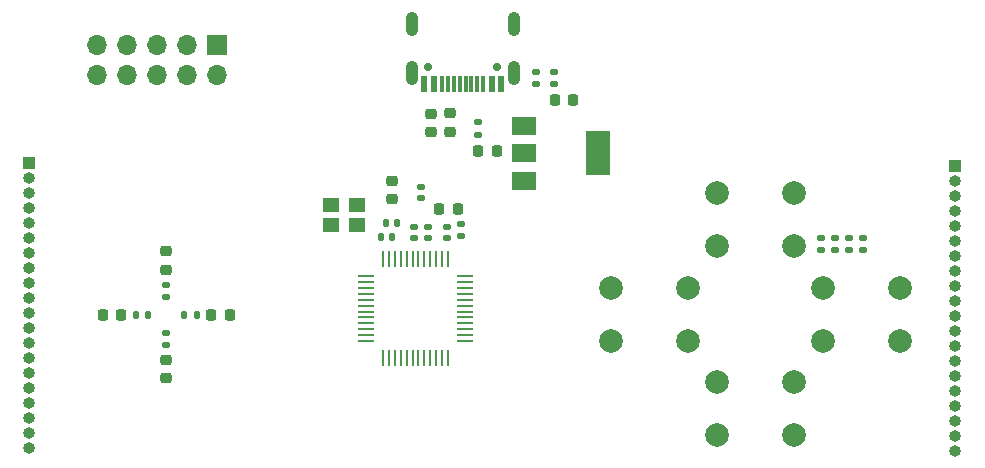
<source format=gbr>
%TF.GenerationSoftware,KiCad,Pcbnew,(6.0.7)*%
%TF.CreationDate,2022-08-25T14:46:56-07:00*%
%TF.ProjectId,mini_consolev2,6d696e69-5f63-46f6-9e73-6f6c6576322e,rev?*%
%TF.SameCoordinates,Original*%
%TF.FileFunction,Soldermask,Top*%
%TF.FilePolarity,Negative*%
%FSLAX46Y46*%
G04 Gerber Fmt 4.6, Leading zero omitted, Abs format (unit mm)*
G04 Created by KiCad (PCBNEW (6.0.7)) date 2022-08-25 14:46:56*
%MOMM*%
%LPD*%
G01*
G04 APERTURE LIST*
G04 Aperture macros list*
%AMRoundRect*
0 Rectangle with rounded corners*
0 $1 Rounding radius*
0 $2 $3 $4 $5 $6 $7 $8 $9 X,Y pos of 4 corners*
0 Add a 4 corners polygon primitive as box body*
4,1,4,$2,$3,$4,$5,$6,$7,$8,$9,$2,$3,0*
0 Add four circle primitives for the rounded corners*
1,1,$1+$1,$2,$3*
1,1,$1+$1,$4,$5*
1,1,$1+$1,$6,$7*
1,1,$1+$1,$8,$9*
0 Add four rect primitives between the rounded corners*
20,1,$1+$1,$2,$3,$4,$5,0*
20,1,$1+$1,$4,$5,$6,$7,0*
20,1,$1+$1,$6,$7,$8,$9,0*
20,1,$1+$1,$8,$9,$2,$3,0*%
G04 Aperture macros list end*
%ADD10RoundRect,0.135000X-0.185000X0.135000X-0.185000X-0.135000X0.185000X-0.135000X0.185000X0.135000X0*%
%ADD11C,2.000000*%
%ADD12RoundRect,0.140000X0.170000X-0.140000X0.170000X0.140000X-0.170000X0.140000X-0.170000X-0.140000X0*%
%ADD13RoundRect,0.218750X-0.256250X0.218750X-0.256250X-0.218750X0.256250X-0.218750X0.256250X0.218750X0*%
%ADD14RoundRect,0.225000X0.250000X-0.225000X0.250000X0.225000X-0.250000X0.225000X-0.250000X-0.225000X0*%
%ADD15R,1.400000X1.200000*%
%ADD16C,0.700000*%
%ADD17R,0.600000X1.450000*%
%ADD18R,0.300000X1.450000*%
%ADD19O,1.050000X2.100000*%
%ADD20RoundRect,0.135000X0.185000X-0.135000X0.185000X0.135000X-0.185000X0.135000X-0.185000X-0.135000X0*%
%ADD21RoundRect,0.218750X-0.218750X-0.256250X0.218750X-0.256250X0.218750X0.256250X-0.218750X0.256250X0*%
%ADD22RoundRect,0.218750X0.218750X0.256250X-0.218750X0.256250X-0.218750X-0.256250X0.218750X-0.256250X0*%
%ADD23RoundRect,0.225000X0.225000X0.250000X-0.225000X0.250000X-0.225000X-0.250000X0.225000X-0.250000X0*%
%ADD24RoundRect,0.218750X0.256250X-0.218750X0.256250X0.218750X-0.256250X0.218750X-0.256250X-0.218750X0*%
%ADD25RoundRect,0.135000X-0.135000X-0.185000X0.135000X-0.185000X0.135000X0.185000X-0.135000X0.185000X0*%
%ADD26R,1.700000X1.700000*%
%ADD27O,1.700000X1.700000*%
%ADD28R,2.000000X1.500000*%
%ADD29R,2.000000X3.800000*%
%ADD30RoundRect,0.140000X0.140000X0.170000X-0.140000X0.170000X-0.140000X-0.170000X0.140000X-0.170000X0*%
%ADD31R,1.000000X1.000000*%
%ADD32O,1.000000X1.000000*%
%ADD33RoundRect,0.135000X0.135000X0.185000X-0.135000X0.185000X-0.135000X-0.185000X0.135000X-0.185000X0*%
%ADD34R,0.279400X1.461999*%
%ADD35R,1.461999X0.279400*%
G04 APERTURE END LIST*
D10*
%TO.C,R8*%
X195600000Y-81690000D03*
X195600000Y-82710000D03*
%TD*%
D11*
%TO.C,SW1*%
X193334000Y-77852000D03*
X186834000Y-77852000D03*
X186834000Y-82352000D03*
X193334000Y-82352000D03*
%TD*%
D12*
%TO.C,C3*%
X164000000Y-81680000D03*
X164000000Y-80720000D03*
%TD*%
D11*
%TO.C,SW3*%
X193334000Y-93852000D03*
X186834000Y-93852000D03*
X193334000Y-98352000D03*
X186834000Y-98352000D03*
%TD*%
D13*
%TO.C,F1*%
X164200000Y-71093750D03*
X164200000Y-72668750D03*
%TD*%
D14*
%TO.C,C1*%
X159342500Y-78357500D03*
X159342500Y-76807500D03*
%TD*%
D15*
%TO.C,HSE1*%
X156342500Y-78882500D03*
X154142500Y-78882500D03*
X154142500Y-80582500D03*
X156342500Y-80582500D03*
%TD*%
D16*
%TO.C,J4*%
X162390000Y-67166250D03*
X168170000Y-67166250D03*
D17*
X168530000Y-68611250D03*
X167730000Y-68611250D03*
D18*
X166530000Y-68611250D03*
X165530000Y-68611250D03*
X165030000Y-68611250D03*
X164030000Y-68611250D03*
D17*
X162030000Y-68611250D03*
X162830000Y-68611250D03*
D18*
X163530000Y-68611250D03*
X164530000Y-68611250D03*
X166030000Y-68611250D03*
X167030000Y-68611250D03*
D19*
X169600000Y-67696250D03*
X160960000Y-67696250D03*
X169600000Y-63516250D03*
X160960000Y-63516250D03*
%TD*%
D20*
%TO.C,R9*%
X166587500Y-72893750D03*
X166587500Y-71873750D03*
%TD*%
%TO.C,R2*%
X140208000Y-90682000D03*
X140208000Y-89662000D03*
%TD*%
D21*
%TO.C,FB1*%
X163312500Y-79200000D03*
X164887500Y-79200000D03*
%TD*%
D12*
%TO.C,C5*%
X161742500Y-78262500D03*
X161742500Y-77302500D03*
%TD*%
%TO.C,C2*%
X161142500Y-81680000D03*
X161142500Y-80720000D03*
%TD*%
D22*
%TO.C,PC1*%
X136387500Y-88138000D03*
X134812500Y-88138000D03*
%TD*%
D10*
%TO.C,R4*%
X140208000Y-85594000D03*
X140208000Y-86614000D03*
%TD*%
D23*
%TO.C,C7*%
X174625000Y-70000000D03*
X173075000Y-70000000D03*
%TD*%
D24*
%TO.C,PC4*%
X140208000Y-84353500D03*
X140208000Y-82778500D03*
%TD*%
D11*
%TO.C,SW4*%
X177834000Y-85852000D03*
X184334000Y-85852000D03*
X184334000Y-90352000D03*
X177834000Y-90352000D03*
%TD*%
D21*
%TO.C,PC3*%
X144018000Y-88138000D03*
X145593000Y-88138000D03*
%TD*%
D25*
%TO.C,R1*%
X137666000Y-88138000D03*
X138686000Y-88138000D03*
%TD*%
D26*
%TO.C,J1*%
X144475000Y-65325000D03*
D27*
X144475000Y-67865000D03*
X141935000Y-65325000D03*
X141935000Y-67865000D03*
X139395000Y-65325000D03*
X139395000Y-67865000D03*
X136855000Y-65325000D03*
X136855000Y-67865000D03*
X134315000Y-65325000D03*
X134315000Y-67865000D03*
%TD*%
D28*
%TO.C,U2*%
X170450000Y-72193750D03*
X170450000Y-74493750D03*
D29*
X176750000Y-74493750D03*
D28*
X170450000Y-76793750D03*
%TD*%
D30*
%TO.C,C10*%
X159342500Y-81582500D03*
X158382500Y-81582500D03*
%TD*%
D31*
%TO.C,J3*%
X207010000Y-75555000D03*
D32*
X207010000Y-76825000D03*
X207010000Y-78095000D03*
X207010000Y-79365000D03*
X207010000Y-80635000D03*
X207010000Y-81905000D03*
X207010000Y-83175000D03*
X207010000Y-84445000D03*
X207010000Y-85715000D03*
X207010000Y-86985000D03*
X207010000Y-88255000D03*
X207010000Y-89525000D03*
X207010000Y-90795000D03*
X207010000Y-92065000D03*
X207010000Y-93335000D03*
X207010000Y-94605000D03*
X207010000Y-95875000D03*
X207010000Y-97145000D03*
X207010000Y-98415000D03*
X207010000Y-99685000D03*
%TD*%
D20*
%TO.C,R10*%
X171500000Y-68610000D03*
X171500000Y-67590000D03*
%TD*%
D10*
%TO.C,R11*%
X173000000Y-67590000D03*
X173000000Y-68610000D03*
%TD*%
D14*
%TO.C,C8*%
X162600000Y-72681250D03*
X162600000Y-71131250D03*
%TD*%
D12*
%TO.C,C4*%
X162342500Y-81680000D03*
X162342500Y-80720000D03*
%TD*%
D10*
%TO.C,R5*%
X199200000Y-81690000D03*
X199200000Y-82710000D03*
%TD*%
D11*
%TO.C,SW2*%
X202334000Y-85852000D03*
X195834000Y-85852000D03*
X195834000Y-90352000D03*
X202334000Y-90352000D03*
%TD*%
D33*
%TO.C,R3*%
X142752000Y-88138000D03*
X141732000Y-88138000D03*
%TD*%
D13*
%TO.C,PC2*%
X140208000Y-91948000D03*
X140208000Y-93523000D03*
%TD*%
D30*
%TO.C,C9*%
X159742500Y-80382500D03*
X158782500Y-80382500D03*
%TD*%
D34*
%TO.C,U1*%
X164040000Y-83413600D03*
X163540001Y-83413600D03*
X163039999Y-83413600D03*
X162540000Y-83413600D03*
X162040001Y-83413600D03*
X161540000Y-83413600D03*
X161040000Y-83413600D03*
X160539999Y-83413600D03*
X160040000Y-83413600D03*
X159540001Y-83413600D03*
X159039999Y-83413600D03*
X158540000Y-83413600D03*
D35*
X157073600Y-84880000D03*
X157073600Y-85379999D03*
X157073600Y-85880001D03*
X157073600Y-86380000D03*
X157073600Y-86879999D03*
X157073600Y-87380000D03*
X157073600Y-87880000D03*
X157073600Y-88380001D03*
X157073600Y-88880000D03*
X157073600Y-89379999D03*
X157073600Y-89880001D03*
X157073600Y-90380000D03*
D34*
X158540000Y-91846400D03*
X159039999Y-91846400D03*
X159540001Y-91846400D03*
X160040000Y-91846400D03*
X160539999Y-91846400D03*
X161040000Y-91846400D03*
X161540000Y-91846400D03*
X162040001Y-91846400D03*
X162540000Y-91846400D03*
X163039999Y-91846400D03*
X163540001Y-91846400D03*
X164040000Y-91846400D03*
D35*
X165506400Y-90380000D03*
X165506400Y-89880001D03*
X165506400Y-89379999D03*
X165506400Y-88880000D03*
X165506400Y-88380001D03*
X165506400Y-87880000D03*
X165506400Y-87380000D03*
X165506400Y-86879999D03*
X165506400Y-86380000D03*
X165506400Y-85880001D03*
X165506400Y-85379999D03*
X165506400Y-84880000D03*
%TD*%
D12*
%TO.C,C6*%
X165142500Y-81462500D03*
X165142500Y-80502500D03*
%TD*%
D10*
%TO.C,R6*%
X198000000Y-81690000D03*
X198000000Y-82710000D03*
%TD*%
%TO.C,R7*%
X196800000Y-81690000D03*
X196800000Y-82710000D03*
%TD*%
D31*
%TO.C,J2*%
X128600000Y-75325000D03*
D32*
X128600000Y-76595000D03*
X128600000Y-77865000D03*
X128600000Y-79135000D03*
X128600000Y-80405000D03*
X128600000Y-81675000D03*
X128600000Y-82945000D03*
X128600000Y-84215000D03*
X128600000Y-85485000D03*
X128600000Y-86755000D03*
X128600000Y-88025000D03*
X128600000Y-89295000D03*
X128600000Y-90565000D03*
X128600000Y-91835000D03*
X128600000Y-93105000D03*
X128600000Y-94375000D03*
X128600000Y-95645000D03*
X128600000Y-96915000D03*
X128600000Y-98185000D03*
X128600000Y-99455000D03*
%TD*%
D21*
%TO.C,D1*%
X166600000Y-74293750D03*
X168175000Y-74293750D03*
%TD*%
M02*

</source>
